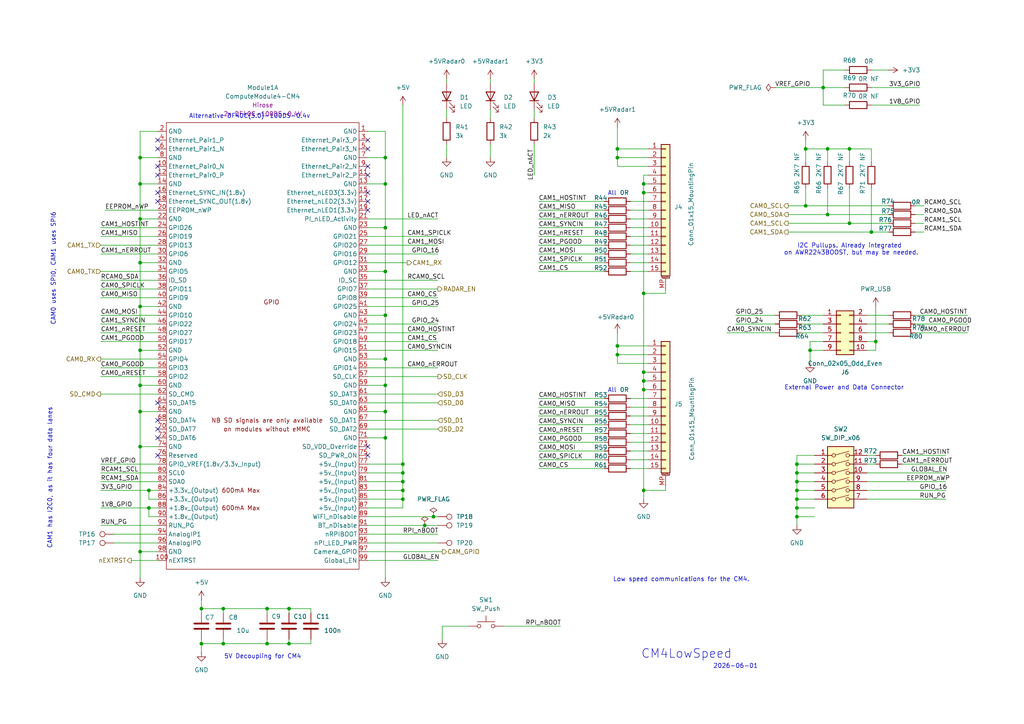
<source format=kicad_sch>
(kicad_sch (version 20231120) (generator "eeschema") (generator_version "8.0")
  (paper "A4")
  (lib_symbols
    (symbol "CM4IO:ComputeModule4-CM4"
      (property "Reference" "Module" (at 113.03 -68.58 0))
      (property "Value" "ComputeModule4-CM4" (at 140.97 2.54 0))
      (property "Field4" "Hirose" (at 0 0 0))
      (property "Field5" "2x DF40C-100DS-0.4V" (at 0 -2.54 0))
      (symbol "ComputeModule4-CM4_1_0"
        (text "GPIO" (at 0 6.35 0) (effects (font (size 1.27 1.27))))
      )
      (symbol "ComputeModule4-CM4_1_1"
        (text "600mA Max" (at -8.89 -53.34 0) (effects (font (size 1.27 1.27))))
        (text "600mA Max" (at -8.89 -48.26 0) (effects (font (size 1.27 1.27))))
        (text "NB SD signals are only available" (at -1.27 -27.94 0) (effects (font (size 1.27 1.27))))
        (text "on modules without eMMC" (at -1.27 -30.48 0) (effects (font (size 1.27 1.27))))
        (pin power_in line (at 27.94 55.88 180) (length 2.54) (name "GND") (number "1"))
        (pin passive line (at -33.02 45.72 0) (length 2.54) (name "Ethernet_Pair0_N") (number "10"))
        (pin output line (at -33.02 -68.58 0) (length 2.54) (name "nEXTRST") (number "100"))
        (pin passive line (at 27.94 43.18 180) (length 2.54) (name "Ethernet_Pair2_P") (number "11"))
        (pin passive line (at -33.02 43.18 0) (length 2.54) (name "Ethernet_Pair0_P") (number "12"))
        (pin power_in line (at 27.94 40.64 180) (length 2.54) (name "GND") (number "13"))
        (pin power_in line (at -33.02 40.64 0) (length 2.54) (name "GND") (number "14"))
        (pin output line (at 27.94 38.1 180) (length 2.54) (name "Ethernet_nLED3(3.3v)") (number "15"))
        (pin input line (at -33.02 38.1 0) (length 2.54) (name "Ethernet_SYNC_IN(1.8v)") (number "16"))
        (pin output line (at 27.94 35.56 180) (length 2.54) (name "Ethernet_nLED2(3.3v)") (number "17"))
        (pin input line (at -33.02 35.56 0) (length 2.54) (name "Ethernet_SYNC_OUT(1.8v)") (number "18"))
        (pin output line (at 27.94 33.02 180) (length 2.54) (name "Ethernet_nLED1(3.3v)") (number "19"))
        (pin power_in line (at -33.02 55.88 0) (length 2.54) (name "GND") (number "2"))
        (pin passive line (at -33.02 33.02 0) (length 2.54) (name "EEPROM_nWP") (number "20"))
        (pin open_collector line (at 27.94 30.48 180) (length 2.54) (name "PI_nLED_Activity") (number "21"))
        (pin power_in line (at -33.02 30.48 0) (length 2.54) (name "GND") (number "22"))
        (pin power_in line (at 27.94 27.94 180) (length 2.54) (name "GND") (number "23"))
        (pin passive line (at -33.02 27.94 0) (length 2.54) (name "GPIO26") (number "24"))
        (pin passive line (at 27.94 25.4 180) (length 2.54) (name "GPIO21") (number "25"))
        (pin passive line (at -33.02 25.4 0) (length 2.54) (name "GPIO19") (number "26"))
        (pin passive line (at 27.94 22.86 180) (length 2.54) (name "GPIO20") (number "27"))
        (pin passive line (at -33.02 22.86 0) (length 2.54) (name "GPIO13") (number "28"))
        (pin passive line (at 27.94 20.32 180) (length 2.54) (name "GPIO16") (number "29"))
        (pin passive line (at 27.94 53.34 180) (length 2.54) (name "Ethernet_Pair3_P") (number "3"))
        (pin passive line (at -33.02 20.32 0) (length 2.54) (name "GPIO6") (number "30"))
        (pin passive line (at 27.94 17.78 180) (length 2.54) (name "GPIO12") (number "31"))
        (pin power_in line (at -33.02 17.78 0) (length 2.54) (name "GND") (number "32"))
        (pin power_in line (at 27.94 15.24 180) (length 2.54) (name "GND") (number "33"))
        (pin passive line (at -33.02 15.24 0) (length 2.54) (name "GPIO5") (number "34"))
        (pin passive line (at 27.94 12.7 180) (length 2.54) (name "ID_SC") (number "35"))
        (pin passive line (at -33.02 12.7 0) (length 2.54) (name "ID_SD") (number "36"))
        (pin passive line (at 27.94 10.16 180) (length 2.54) (name "GPIO7") (number "37"))
        (pin passive line (at -33.02 10.16 0) (length 2.54) (name "GPIO11") (number "38"))
        (pin passive line (at 27.94 7.62 180) (length 2.54) (name "GPIO8") (number "39"))
        (pin passive line (at -33.02 53.34 0) (length 2.54) (name "Ethernet_Pair1_P") (number "4"))
        (pin passive line (at -33.02 7.62 0) (length 2.54) (name "GPIO9") (number "40"))
        (pin passive line (at 27.94 5.08 180) (length 2.54) (name "GPIO25") (number "41"))
        (pin power_in line (at -33.02 5.08 0) (length 2.54) (name "GND") (number "42"))
        (pin power_in line (at 27.94 2.54 180) (length 2.54) (name "GND") (number "43"))
        (pin passive line (at -33.02 2.54 0) (length 2.54) (name "GPIO10") (number "44"))
        (pin passive line (at 27.94 0 180) (length 2.54) (name "GPIO24") (number "45"))
        (pin passive line (at -33.02 0 0) (length 2.54) (name "GPIO22") (number "46"))
        (pin passive line (at 27.94 -2.54 180) (length 2.54) (name "GPIO23") (number "47"))
        (pin passive line (at -33.02 -2.54 0) (length 2.54) (name "GPIO27") (number "48"))
        (pin passive line (at 27.94 -5.08 180) (length 2.54) (name "GPIO18") (number "49"))
        (pin passive line (at 27.94 50.8 180) (length 2.54) (name "Ethernet_Pair3_N") (number "5"))
        (pin passive line (at -33.02 -5.08 0) (length 2.54) (name "GPIO17") (number "50"))
        (pin passive line (at 27.94 -7.62 180) (length 2.54) (name "GPIO15") (number "51"))
        (pin power_in line (at -33.02 -7.62 0) (length 2.54) (name "GND") (number "52"))
        (pin power_in line (at 27.94 -10.16 180) (length 2.54) (name "GND") (number "53"))
        (pin passive line (at -33.02 -10.16 0) (length 2.54) (name "GPIO4") (number "54"))
        (pin passive line (at 27.94 -12.7 180) (length 2.54) (name "GPIO14") (number "55"))
        (pin passive line (at -33.02 -12.7 0) (length 2.54) (name "GPIO3") (number "56"))
        (pin passive line (at 27.94 -15.24 180) (length 2.54) (name "SD_CLK") (number "57"))
        (pin passive line (at -33.02 -15.24 0) (length 2.54) (name "GPIO2") (number "58"))
        (pin power_in line (at 27.94 -17.78 180) (length 2.54) (name "GND") (number "59"))
        (pin passive line (at -33.02 50.8 0) (length 2.54) (name "Ethernet_Pair1_N") (number "6"))
        (pin power_in line (at -33.02 -17.78 0) (length 2.54) (name "GND") (number "60"))
        (pin passive line (at 27.94 -20.32 180) (length 2.54) (name "SD_DAT3") (number "61"))
        (pin passive line (at -33.02 -20.32 0) (length 2.54) (name "SD_CMD") (number "62"))
        (pin passive line (at 27.94 -22.86 180) (length 2.54) (name "SD_DAT0") (number "63"))
        (pin passive line (at -33.02 -22.86 0) (length 2.54) (name "SD_DAT5") (number "64"))
        (pin power_in line (at 27.94 -25.4 180) (length 2.54) (name "GND") (number "65"))
        (pin power_in line (at -33.02 -25.4 0) (length 2.54) (name "GND") (number "66"))
        (pin passive line (at 27.94 -27.94 180) (length 2.54) (name "SD_DAT1") (number "67"))
        (pin passive line (at -33.02 -27.94 0) (length 2.54) (name "SD_DAT4") (number "68"))
        (pin passive line (at 27.94 -30.48 180) (length 2.54) (name "SD_DAT2") (number "69"))
        (pin power_in line (at 27.94 48.26 180) (length 2.54) (name "GND") (number "7"))
        (pin passive line (at -33.02 -30.48 0) (length 2.54) (name "SD_DAT7") (number "70"))
        (pin power_in line (at 27.94 -33.02 180) (length 2.54) (name "GND") (number "71"))
        (pin passive line (at -33.02 -33.02 0) (length 2.54) (name "SD_DAT6") (number "72"))
        (pin input line (at 27.94 -35.56 180) (length 2.54) (name "SD_VDD_Override") (number "73"))
        (pin power_in line (at -33.02 -35.56 0) (length 2.54) (name "GND") (number "74"))
        (pin output line (at 27.94 -38.1 180) (length 2.54) (name "SD_PWR_ON") (number "75"))
        (pin passive line (at -33.02 -38.1 0) (length 2.54) (name "Reserved") (number "76"))
        (pin power_in line (at 27.94 -40.64 180) (length 2.54) (name "+5v_(Input)") (number "77"))
        (pin power_in line (at -33.02 -40.64 0) (length 2.54) (name "GPIO_VREF(1.8v/3.3v_Input)") (number "78"))
        (pin power_in line (at 27.94 -43.18 180) (length 2.54) (name "+5v_(Input)") (number "79"))
        (pin power_in line (at -33.02 48.26 0) (length 2.54) (name "GND") (number "8"))
        (pin passive line (at -33.02 -43.18 0) (length 2.54) (name "SCL0") (number "80"))
        (pin power_in line (at 27.94 -45.72 180) (length 2.54) (name "+5v_(Input)") (number "81"))
        (pin passive line (at -33.02 -45.72 0) (length 2.54) (name "SDA0") (number "82"))
        (pin power_in line (at 27.94 -48.26 180) (length 2.54) (name "+5v_(Input)") (number "83"))
        (pin power_out line (at -33.02 -48.26 0) (length 2.54) (name "+3.3v_(Output)") (number "84"))
        (pin power_in line (at 27.94 -50.8 180) (length 2.54) (name "+5v_(Input)") (number "85"))
        (pin power_out line (at -33.02 -50.8 0) (length 2.54) (name "+3.3v_(Output)") (number "86"))
        (pin power_in line (at 27.94 -53.34 180) (length 2.54) (name "+5v_(Input)") (number "87"))
        (pin power_out line (at -33.02 -53.34 0) (length 2.54) (name "+1.8v_(Output)") (number "88"))
        (pin power_in line (at 27.94 -55.88 180) (length 2.54) (name "WiFi_nDisable") (number "89"))
        (pin passive line (at 27.94 45.72 180) (length 2.54) (name "Ethernet_Pair2_N") (number "9"))
        (pin power_out line (at -33.02 -55.88 0) (length 2.54) (name "+1.8v_(Output)") (number "90"))
        (pin power_in line (at 27.94 -58.42 180) (length 2.54) (name "BT_nDisable") (number "91"))
        (pin passive line (at -33.02 -58.42 0) (length 2.54) (name "RUN_PG") (number "92"))
        (pin input line (at 27.94 -60.96 180) (length 2.54) (name "nRPIBOOT") (number "93"))
        (pin passive line (at -33.02 -60.96 0) (length 2.54) (name "AnalogIP1") (number "94"))
        (pin output line (at 27.94 -63.5 180) (length 2.54) (name "nPI_LED_PWR") (number "95"))
        (pin passive line (at -33.02 -63.5 0) (length 2.54) (name "AnalogIP0") (number "96"))
        (pin passive line (at 27.94 -66.04 180) (length 2.54) (name "Camera_GPIO") (number "97"))
        (pin power_in line (at -33.02 -66.04 0) (length 2.54) (name "GND") (number "98"))
        (pin input line (at 27.94 -68.58 180) (length 2.54) (name "Global_EN") (number "99"))
      )
      (symbol "ComputeModule4-CM4_2_1"
        (text "High Speed Serial" (at 140.97 0 0) (effects (font (size 1.27 1.27))))
        (pin input line (at 170.18 60.96 180) (length 5.08) (name "USB_OTG_ID") (number "101"))
        (pin input line (at 109.22 60.96 0) (length 5.08) (name "PCIe_CLK_nREQ") (number "102"))
        (pin passive line (at 170.18 58.42 180) (length 5.08) (name "USB2_N") (number "103"))
        (pin passive line (at 109.22 58.42 0) (length 5.08) (name "Reserved") (number "104"))
        (pin passive line (at 170.18 55.88 180) (length 5.08) (name "USB2_P") (number "105"))
        (pin passive line (at 109.22 55.88 0) (length 5.08) (name "Reserved") (number "106"))
        (pin power_in line (at 170.18 53.34 180) (length 5.08) (name "GND") (number "107"))
        (pin power_in line (at 109.22 53.34 0) (length 5.08) (name "GND") (number "108"))
        (pin bidirectional line (at 170.18 50.8 180) (length 5.08) (name "PCIe_nRST") (number "109"))
        (pin output line (at 109.22 50.8 0) (length 5.08) (name "PCIe_CLK_P") (number "110"))
        (pin passive line (at 170.18 48.26 180) (length 5.08) (name "VDAC_COMP") (number "111"))
        (pin output line (at 109.22 48.26 0) (length 5.08) (name "PCIe_CLK_N") (number "112"))
        (pin power_in line (at 170.18 45.72 180) (length 5.08) (name "GND") (number "113"))
        (pin power_in line (at 109.22 45.72 0) (length 5.08) (name "GND") (number "114"))
        (pin input line (at 170.18 43.18 180) (length 5.08) (name "CAM1_D0_N") (number "115"))
        (pin input line (at 109.22 43.18 0) (length 5.08) (name "PCIe_RX_P") (number "116"))
        (pin input line (at 170.18 40.64 180) (length 5.08) (name "CAM1_D0_P") (number "117"))
        (pin input line (at 109.22 40.64 0) (length 5.08) (name "PCIe_RX_N") (number "118"))
        (pin power_in line (at 170.18 38.1 180) (length 5.08) (name "GND") (number "119"))
        (pin power_in line (at 109.22 38.1 0) (length 5.08) (name "GND") (number "120"))
        (pin input line (at 170.18 35.56 180) (length 5.08) (name "CAM1_D1_N") (number "121"))
        (pin output line (at 109.22 35.56 0) (length 5.08) (name "PCIe_TX_P") (number "122"))
        (pin input line (at 170.18 33.02 180) (length 5.08) (name "CAM1_D1_P") (number "123"))
        (pin output line (at 109.22 33.02 0) (length 5.08) (name "PCIe_TX_N") (number "124"))
        (pin power_in line (at 170.18 30.48 180) (length 5.08) (name "GND") (number "125"))
        (pin power_in line (at 109.22 30.48 0) (length 5.08) (name "GND") (number "126"))
        (pin input line (at 170.18 27.94 180) (length 5.08) (name "CAM1_C_N") (number "127"))
        (pin input line (at 109.22 27.94 0) (length 5.08) (name "CAM0_D0_N") (number "128"))
        (pin input line (at 170.18 25.4 180) (length 5.08) (name "CAM1_C_P") (number "129"))
        (pin input line (at 109.22 25.4 0) (length 5.08) (name "CAM0_D0_P") (number "130"))
        (pin power_in line (at 170.18 22.86 180) (length 5.08) (name "GND") (number "131"))
        (pin power_in line (at 109.22 22.86 0) (length 5.08) (name "GND") (number "132"))
        (pin input line (at 170.18 20.32 180) (length 5.08) (name "CAM1_D2_N") (number "133"))
        (pin input line (at 109.22 20.32 0) (length 5.08) (name "CAM0_D1_N") (number "134"))
        (pin input line (at 170.18 17.78 180) (length 5.08) (name "CAM1_D2_P") (number "135"))
        (pin input line (at 109.22 17.78 0) (length 5.08) (name "CAM0_D1_P") (number "136"))
        (pin power_in line (at 170.18 15.24 180) (length 5.08) (name "GND") (number "137"))
        (pin power_in line (at 109.22 15.24 0) (length 5.08) (name "GND") (number "138"))
        (pin input line (at 170.18 12.7 180) (length 5.08) (name "CAM1_D3_N") (number "139"))
        (pin input line (at 109.22 12.7 0) (length 5.08) (name "CAM0_C_N") (number "140"))
        (pin input line (at 170.18 10.16 180) (length 5.08) (name "CAM1_D3_P") (number "141"))
        (pin input line (at 109.22 10.16 0) (length 5.08) (name "CAM0_C_P") (number "142"))
        (pin input line (at 170.18 7.62 180) (length 5.08) (name "HDMI1_HOTPLUG") (number "143"))
        (pin power_in line (at 109.22 7.62 0) (length 5.08) (name "GND") (number "144"))
        (pin bidirectional line (at 170.18 5.08 180) (length 5.08) (name "HDMI1_SDA") (number "145"))
        (pin output line (at 109.22 5.08 0) (length 5.08) (name "HDMI1_TX2_P") (number "146"))
        (pin open_collector line (at 170.18 2.54 180) (length 5.08) (name "HDMI1_SCL") (number "147"))
        (pin output line (at 109.22 2.54 0) (length 5.08) (name "HDMI1_TX2_N") (number "148"))
        (pin open_collector line (at 170.18 0 180) (length 5.08) (name "HDMI1_CEC") (number "149"))
        (pin power_in line (at 109.22 0 0) (length 5.08) (name "GND") (number "150"))
        (pin open_collector line (at 170.18 -2.54 180) (length 5.08) (name "HDMI0_CEC") (number "151"))
        (pin output line (at 109.22 -2.54 0) (length 5.08) (name "HDMI1_TX1_P") (number "152"))
        (pin input line (at 170.18 -5.08 180) (length 5.08) (name "HDMI0_HOTPLUG") (number "153"))
        (pin output line (at 109.22 -5.08 0) (length 5.08) (name "HDMI1_TX1_N") (number "154"))
        (pin power_in line (at 170.18 -7.62 180) (length 5.08) (name "GND") (number "155"))
        (pin power_in line (at 109.22 -7.62 0) (length 5.08) (name "GND") (number "156"))
        (pin output line (at 170.18 -10.16 180) (length 5.08) (name "DSI0_D0_N") (number "157"))
        (pin output line (at 109.22 -10.16 0) (length 5.08) (name "HDMI1_TX0_P") (number "158"))
        (pin output line (at 170.18 -12.7 180) (length 5.08) (name "DSI0_D0_P") (number "159"))
        (pin output line (at 109.22 -12.7 0) (length 5.08) (name "HDMI1_TX0_N") (number "160"))
        (pin power_in line (at 170.18 -15.24 180) (length 5.08) (name "GND") (number "161"))
        (pin power_in line (at 109.22 -15.24 0) (length 5.08) (name "GND") (number "162"))
        (pin output line (at 170.18 -17.78 180) (length 5.08) (name "DSI0_D1_N") (number "163"))
        (pin output line (at 109.22 -17.78 0) (length 5.08) (name "HDMI1_CLK_P") (number "164"))
        (pin output line (at 170.18 -20.32 180) (length 5.08) (name "DSI0_D1_P") (number "165"))
        (pin output line (at 109.22 -20.32 0) (length 5.08) (name "HDMI1_CLK_N") (number "166"))
        (pin power_in line (at 170.18 -22.86 180) (length 5.08) (name "GND") (number "167"))
        (pin power_in line (at 109.22 -22.86 0) (length 5.08) (name "GND") (number "168"))
        (pin output line (at 170.18 -25.4 180) (length 5.08) (name "DSI0_C_N") (number "169"))
        (pin output line (at 109.22 -25.4 0) (length 5.08) (name "HDMI0_TX2_P") (number "170"))
        (pin output line (at 170.18 -27.94 180) (length 5.08) (name "DSI0_C_P") (number "171"))
        (pin output line (at 109.22 -27.94 0) (length 5.08) (name "HDMI0_TX2_N") (number "172"))
        (pin power_in line (at 170.18 -30.48 180) (length 5.08) (name "GND") (number "173"))
        (pin power_in line (at 109.22 -30.48 0) (length 5.08) (name "GND") (number "174"))
        (pin output line (at 170.18 -33.02 180) (length 5.08) (name "DSI1_D0_N") (number "175"))
        (pin output line (at 109.22 -33.02 0) (length 5.08) (name "HDMI0_TX1_P") (number "176"))
        (pin output line (at 170.18 -35.56 180) (length 5.08) (name "DSI1_D0_P") (number "177"))
        (pin output line (at 109.22 -35.56 0) (length 5.08) (name "HDMI0_TX1_N") (number "178"))
        (pin power_in line (at 170.18 -38.1 180) (length 5.08) (name "GND") (number "179"))
        (pin power_in line (at 109.22 -38.1 0) (length 5.08) (name "GND") (number "180"))
        (pin output line (at 170.18 -40.64 180) (length 5.08) (name "DSI1_D1_N") (number "181"))
        (pin output line (at 109.22 -40.64 0) (length 5.08) (name "HDMI0_TX0_P") (number "182"))
        (pin output line (at 170.18 -43.18 180) (length 5.08) (name "DSI1_D1_P") (number "183"))
        (pin output line (at 109.22 -43.18 0) (length 5.08) (name "HDMI0_TX0_N") (number "184"))
        (pin power_in line (at 170.18 -45.72 180) (length 5.08) (name "GND") (number "185"))
        (pin power_in line (at 109.22 -45.72 0) (length 5.08) (name "GND") (number "186"))
        (pin output line (at 170.18 -48.26 180) (length 5.08) (name "DSI1_C_N") (number "187"))
        (pin output line (at 109.22 -48.26 0) (length 5.08) (name "HDMI0_CLK_P") (number "188"))
        (pin output line (at 170.18 -50.8 180) (length 5.08) (name "DSI1_C_P") (number "189"))
        (pin output line (at 109.22 -50.8 0) (length 5.08) (name "HDMI0_CLK_N") (number "190"))
        (pin power_in line (at 170.18 -53.34 180) (length 5.08) (name "GND") (number "191"))
        (pin power_in line (at 109.22 -53.34 0) (length 5.08) (name "GND") (number "192"))
        (pin output line (at 170.18 -55.88 180) (length 5.08) (name "DSI1_D2_N") (number "193"))
        (pin output line (at 109.22 -55.88 0) (length 5.08) (name "DSI1_D3_N") (number "194"))
        (pin output line (at 170.18 -58.42 180) (length 5.08) (name "DSI1_D2_P") (number "195"))
        (pin output line (at 109.22 -58.42 0) (length 5.08) (name "DSI1_D3_P") (number "196"))
        (pin power_in line (at 170.18 -60.96 180) (length 5.08) (name "GND") (number "197"))
        (pin power_in line (at 109.22 -60.96 0) (length 5.08) (name "GND") (number "198"))
        (pin bidirectional line (at 170.18 -63.5 180) (length 5.08) (name "HDMI0_SDA") (number "199"))
        (pin open_collector line (at 109.22 -63.5 0) (length 5.08) (name "HDMI0_SCL") (number "200"))
      )
    )
    (symbol "Connector:TestPoint" (pin_numbers hide) (pin_names (offset 0.762) hide)
      (property "Reference" "TP" (at 0 6.858 0))
      (property "Value" "TestPoint" (at 0 5.08 0))
      (symbol "TestPoint_1_1"
        (pin passive line (at 0 0 90) (length 2.54) (name "1") (number "1"))
      )
    )
    (symbol "Connector_Generic:Conn_02x05_Odd_Even" (pin_names (offset 1.016) hide)
      (property "Reference" "J" (at 1.27 7.62 0))
      (property "Value" "Conn_02x05_Odd_Even" (at 1.27 -7.62 0))
      (symbol "Conn_02x05_Odd_Even_1_1"
        (pin passive line (at -5.08 5.08 0) (length 3.81) (name "Pin_1") (number "1"))
        (pin passive line (at 7.62 -5.08 180) (length 3.81) (name "Pin_10") (number "10"))
        (pin passive line (at 7.62 5.08 180) (length 3.81) (name "Pin_2") (number "2"))
        (pin passive line (at -5.08 2.54 0) (length 3.81) (name "Pin_3") (number "3"))
        (pin passive line (at 7.62 2.54 180) (length 3.81) (name "Pin_4") (number "4"))
        (pin passive line (at -5.08 0 0) (length 3.81) (name "Pin_5") (number "5"))
        (pin passive line (at 7.62 0 180) (length 3.81) (name "Pin_6") (number "6"))
        (pin passive line (at -5.08 -2.54 0) (length 3.81) (name "Pin_7") (number "7"))
        (pin passive line (at 7.62 -2.54 180) (length 3.81) (name "Pin_8") (number "8"))
        (pin passive line (at -5.08 -5.08 0) (length 3.81) (name "Pin_9") (number "9"))
      )
    )
    (symbol "Connector_Generic_MountingPin:Conn_01x15_MountingPin" (pin_names (offset 1.016) hide)
      (property "Reference" "J" (at 0 20.32 0))
      (property "Value" "Conn_01x15_MountingPin" (at 1.27 -20.32 0))
      (symbol "Conn_01x15_MountingPin_1_1"
        (text "Mounting" (at 0 -19.431 0) (effects (font (size 0.381 0.381))))
        (pin passive line (at -5.08 17.78 0) (length 3.81) (name "Pin_1") (number "1"))
        (pin passive line (at -5.08 -5.08 0) (length 3.81) (name "Pin_10") (number "10"))
        (pin passive line (at -5.08 -7.62 0) (length 3.81) (name "Pin_11") (number "11"))
        (pin passive line (at -5.08 -10.16 0) (length 3.81) (name "Pin_12") (number "12"))
        (pin passive line (at -5.08 -12.7 0) (length 3.81) (name "Pin_13") (number "13"))
        (pin passive line (at -5.08 -15.24 0) (length 3.81) (name "Pin_14") (number "14"))
        (pin passive line (at -5.08 -17.78 0) (length 3.81) (name "Pin_15") (number "15"))
        (pin passive line (at -5.08 15.24 0) (length 3.81) (name "Pin_2") (number "2"))
        (pin passive line (at -5.08 12.7 0) (length 3.81) (name "Pin_3") (number "3"))
        (pin passive line (at -5.08 10.16 0) (length 3.81) (name "Pin_4") (number "4"))
        (pin passive line (at -5.08 7.62 0) (length 3.81) (name "Pin_5") (number "5"))
        (pin passive line (at -5.08 5.08 0) (length 3.81) (name "Pin_6") (number "6"))
        (pin passive line (at -5.08 2.54 0) (length 3.81) (name "Pin_7") (number "7"))
        (pin passive line (at -5.08 0 0) (length 3.81) (name "Pin_8") (number "8"))
        (pin passive line (at -5.08 -2.54 0) (length 3.81) (name "Pin_9") (number "9"))
        (pin passive line (at 0 -22.86 90) (length 3.048) (name "MountPin") (number "MP"))
      )
    )
    (symbol "Device:C" (pin_numbers hide) (pin_names (offset 0.254))
      (property "Reference" "C" (at 0.635 2.54 0))
      (property "Value" "C" (at 0.635 -2.54 0))
      (symbol "C_1_1"
        (pin passive line (at 0 3.81 270) (length 2.794) (name "~") (number "1"))
        (pin passive line (at 0 -3.81 90) (length 2.794) (name "~") (number "2"))
      )
    )
    (symbol "Device:LED" (pin_numbers hide) (pin_names (offset 1.016) hide)
      (property "Reference" "D" (at 0 2.54 0))
      (property "Value" "LED" (at 0 -2.54 0))
      (symbol "LED_1_1"
        (pin passive line (at -3.81 0 0) (length 2.54) (name "K") (number "1"))
        (pin passive line (at 3.81 0 180) (length 2.54) (name "A") (number "2"))
      )
    )
    (symbol "Device:R" (pin_numbers hide) (pin_names (offset 0))
      (property "Reference" "R" (at 2.032 0 90))
      (property "Value" "R" (at 0 0 90))
      (symbol "R_1_1"
        (pin passive line (at 0 3.81 270) (length 1.27) (name "~") (number "1"))
        (pin passive line (at 0 -3.81 90) (length 1.27) (name "~") (number "2"))
      )
    )
    (symbol "Switch:SW_DIP_x06" (pin_names (offset 0) hide)
      (property "Reference" "SW" (at 0 11.43 0))
      (property "Value" "SW_DIP_x06" (at 0 -8.89 0))
      (symbol "SW_DIP_x06_1_1"
        (pin passive line (at -7.62 7.62 0) (length 5.08) (name "~") (number "1"))
        (pin passive line (at 7.62 2.54 180) (length 5.08) (name "~") (number "10"))
        (pin passive line (at 7.62 5.08 180) (length 5.08) (name "~") (number "11"))
        (pin passive line (at 7.62 7.62 180) (length 5.08) (name "~") (number "12"))
        (pin passive line (at -7.62 5.08 0) (length 5.08) (name "~") (number "2"))
        (pin passive line (at -7.62 2.54 0) (length 5.08) (name "~") (number "3"))
        (pin passive line (at -7.62 0 0) (length 5.08) (name "~") (number "4"))
        (pin passive line (at -7.62 -2.54 0) (length 5.08) (name "~") (number "5"))
        (pin passive line (at -7.62 -5.08 0) (length 5.08) (name "~") (number "6"))
        (pin passive line (at 7.62 -5.08 180) (length 5.08) (name "~") (number "7"))
        (pin passive line (at 7.62 -2.54 180) (length 5.08) (name "~") (number "8"))
        (pin passive line (at 7.62 0 180) (length 5.08) (name "~") (number "9"))
      )
    )
    (symbol "Switch:SW_Push" (pin_numbers hide) (pin_names (offset 1.016) hide)
      (property "Reference" "SW" (at 1.27 2.54 0))
      (property "Value" "SW_Push" (at 0 -1.524 0))
      (symbol "SW_Push_0_1"
        (pin passive line (at -5.08 0 0) (length 2.54) (name "1") (number "1"))
        (pin passive line (at 5.08 0 180) (length 2.54) (name "2") (number "2"))
      )
    )
    (symbol "power:+3V3" (power) (pin_numbers hide) (pin_names (offset 0) hide)
      (property "Value" "+3V3" (at 0 3.556 0))
      (symbol "+3V3_1_1"
        (pin power_in line (at 0 0 90) (length 0) (name "~") (number "1"))
      )
    )
    (symbol "power:+5V" (power) (pin_numbers hide) (pin_names (offset 0) hide)
      (property "Value" "+5V" (at 0 3.556 0))
      (symbol "+5V_1_1"
        (pin power_in line (at 0 0 90) (length 0) (name "~") (number "1"))
      )
    )
    (symbol "power:GND" (power) (pin_numbers hide) (pin_names (offset 0) hide)
      (property "Value" "GND" (at 0 -3.81 0))
      (symbol "GND_1_1"
        (pin power_in line (at 0 0 270) (length 0) (name "~") (number "1"))
      )
    )
    (symbol "power:PWR_FLAG" (power) (pin_numbers hide) (pin_names (offset 0) hide)
      (property "Value" "PWR_FLAG" (at 0 3.81 0))
      (symbol "PWR_FLAG_0_0"
        (pin power_out line (at 0 0 90) (length 0) (name "~") (number "1"))
      )
    )
    (symbol "power:VBUS" (power) (pin_numbers hide) (pin_names (offset 0) hide)
      (property "Value" "VBUS" (at 0 3.556 0))
      (symbol "VBUS_1_1"
        (pin power_in line (at 0 0 90) (length 0) (name "~") (number "1"))
      )
    )
  )
  (junction (at 233.68 43.18))
  (junction (at 254 99.06))
  (junction (at 40.64 111.76))
  (junction (at 58.42 186.69))
  (junction (at 111.76 111.76))
  (junction (at 40.64 129.54))
  (junction (at 43.18 142.24))
  (junction (at 40.64 53.34))
  (junction (at 40.64 88.9))
  (junction (at 240.03 62.23))
  (junction (at 111.76 119.38))
  (junction (at 231.14 142.24))
  (junction (at 40.64 63.5))
  (junction (at 231.14 134.62))
  (junction (at 186.69 113.03))
  (junction (at 186.69 107.95))
  (junction (at 64.77 176.53))
  (junction (at 231.14 144.78))
  (junction (at 111.76 78.74))
  (junction (at 125.73 149.86))
  (junction (at 186.69 55.88))
  (junction (at 238.76 25.4))
  (junction (at 83.82 176.53))
  (junction (at 83.82 186.69))
  (junction (at 116.84 142.24))
  (junction (at 231.14 147.32))
  (junction (at 186.69 110.49))
  (junction (at 111.76 45.72))
  (junction (at 186.69 142.24))
  (junction (at 111.76 91.44))
  (junction (at 233.68 59.69))
  (junction (at 58.42 176.53))
  (junction (at 246.38 43.18))
  (junction (at 123.19 152.4))
  (junction (at 252.73 67.31))
  (junction (at 179.07 43.18))
  (junction (at 240.03 43.18))
  (junction (at 231.14 139.7))
  (junction (at 111.76 104.14))
  (junction (at 179.07 45.72))
  (junction (at 246.38 64.77))
  (junction (at 40.64 76.2))
  (junction (at 40.64 119.38))
  (junction (at 186.69 53.34))
  (junction (at 77.47 176.53))
  (junction (at 234.95 101.6))
  (junction (at 111.76 53.34))
  (junction (at 64.77 186.69))
  (junction (at 186.69 85.09))
  (junction (at 77.47 186.69))
  (junction (at 231.14 149.86))
  (junction (at 40.64 101.6))
  (junction (at 40.64 160.02))
  (junction (at 116.84 137.16))
  (junction (at 116.84 139.7))
  (junction (at 179.07 100.33))
  (junction (at 179.07 102.87))
  (junction (at 43.18 147.32))
  (junction (at 111.76 127))
  (junction (at 231.14 137.16))
  (junction (at 116.84 134.62))
  (junction (at 40.64 45.72))
  (junction (at 111.76 66.04))
  (junction (at 116.84 144.78))
  (no_connect (at 106.68 58.42))
  (no_connect (at 45.72 48.26))
  (no_connect (at 106.68 40.64))
  (no_connect (at 45.72 43.18))
  (no_connect (at 106.68 132.08))
  (no_connect (at 45.72 116.84))
  (no_connect (at 45.72 124.46))
  (no_connect (at 106.68 43.18))
  (no_connect (at 106.68 129.54))
  (no_connect (at 45.72 121.92))
  (no_connect (at 106.68 50.8))
  (no_connect (at 45.72 127))
  (no_connect (at 106.68 55.88))
  (no_connect (at 106.68 48.26))
  (no_connect (at 45.72 40.64))
  (no_connect (at 45.72 58.42))
  (no_connect (at 45.72 132.08))
  (no_connect (at 45.72 55.88))
  (no_connect (at 106.68 60.96))
  (no_connect (at 45.72 50.8))
  (wire (pts (xy 106.68 144.78) (xy 116.84 144.78)))
  (wire (pts (xy 43.18 147.32) (xy 45.72 147.32)))
  (wire (pts (xy 231.14 142.24) (xy 231.14 144.78)))
  (wire (pts (xy 213.36 91.44) (xy 224.79 91.44)))
  (wire (pts (xy 154.94 31.75) (xy 154.94 34.29)))
  (wire (pts (xy 231.14 147.32) (xy 236.22 147.32)))
  (wire (pts (xy 45.72 144.78) (xy 43.18 144.78)))
  (wire (pts (xy 116.84 144.78) (xy 116.84 147.32)))
  (wire (pts (xy 240.03 43.18) (xy 240.03 46.99)))
  (wire (pts (xy 29.21 99.06) (xy 45.72 99.06)))
  (wire (pts (xy 254 101.6) (xy 251.46 101.6)))
  (wire (pts (xy 106.68 68.58) (xy 127 68.58)))
  (wire (pts (xy 186.69 55.88) (xy 186.69 85.09)))
  (wire (pts (xy 156.21 71.12) (xy 175.26 71.12)))
  (wire (pts (xy 29.21 71.12) (xy 45.72 71.12)))
  (wire (pts (xy 116.84 134.62) (xy 116.84 137.16)))
  (wire (pts (xy 106.68 119.38) (xy 111.76 119.38)))
  (wire (pts (xy 246.38 64.77) (xy 257.81 64.77)))
  (wire (pts (xy 77.47 176.53) (xy 83.82 176.53)))
  (wire (pts (xy 111.76 53.34) (xy 111.76 66.04)))
  (wire (pts (xy 182.88 123.19) (xy 187.96 123.19)))
  (wire (pts (xy 233.68 40.64) (xy 233.68 43.18)))
  (wire (pts (xy 40.64 76.2) (xy 40.64 88.9)))
  (wire (pts (xy 156.21 63.5) (xy 175.26 63.5)))
  (wire (pts (xy 156.21 78.74) (xy 175.26 78.74)))
  (wire (pts (xy 106.68 116.84) (xy 127 116.84)))
  (wire (pts (xy 29.21 137.16) (xy 45.72 137.16)))
  (wire (pts (xy 186.69 107.95) (xy 187.96 107.95)))
  (wire (pts (xy 29.21 66.04) (xy 45.72 66.04)))
  (wire (pts (xy 233.68 59.69) (xy 228.6 59.69)))
  (wire (pts (xy 106.68 76.2) (xy 118.11 76.2)))
  (wire (pts (xy 106.68 111.76) (xy 111.76 111.76)))
  (wire (pts (xy 40.64 101.6) (xy 40.64 111.76)))
  (wire (pts (xy 186.69 50.8) (xy 186.69 53.34)))
  (wire (pts (xy 231.14 137.16) (xy 231.14 139.7)))
  (wire (pts (xy 77.47 185.42) (xy 77.47 186.69)))
  (wire (pts (xy 106.68 99.06) (xy 127 99.06)))
  (wire (pts (xy 40.64 38.1) (xy 40.64 45.72)))
  (wire (pts (xy 156.21 123.19) (xy 175.26 123.19)))
  (wire (pts (xy 232.41 96.52) (xy 238.76 96.52)))
  (wire (pts (xy 156.21 128.27) (xy 175.26 128.27)))
  (wire (pts (xy 182.88 60.96) (xy 187.96 60.96)))
  (wire (pts (xy 111.76 78.74) (xy 111.76 91.44)))
  (wire (pts (xy 29.21 104.14) (xy 45.72 104.14)))
  (wire (pts (xy 186.69 110.49) (xy 186.69 113.03)))
  (wire (pts (xy 106.68 104.14) (xy 111.76 104.14)))
  (wire (pts (xy 29.21 109.22) (xy 45.72 109.22)))
  (wire (pts (xy 45.72 160.02) (xy 40.64 160.02)))
  (wire (pts (xy 154.94 41.91) (xy 154.94 50.8)))
  (wire (pts (xy 265.43 59.69) (xy 267.97 59.69)))
  (wire (pts (xy 251.46 132.08) (xy 254 132.08)))
  (wire (pts (xy 238.76 25.4) (xy 238.76 20.32)))
  (wire (pts (xy 77.47 177.8) (xy 77.47 176.53)))
  (wire (pts (xy 83.82 176.53) (xy 90.17 176.53)))
  (wire (pts (xy 182.88 133.35) (xy 187.96 133.35)))
  (wire (pts (xy 111.76 111.76) (xy 111.76 119.38)))
  (wire (pts (xy 231.14 132.08) (xy 231.14 134.62)))
  (wire (pts (xy 106.68 63.5) (xy 127 63.5)))
  (wire (pts (xy 233.68 59.69) (xy 257.81 59.69)))
  (wire (pts (xy 156.21 130.81) (xy 175.26 130.81)))
  (wire (pts (xy 129.54 22.86) (xy 129.54 24.13)))
  (wire (pts (xy 261.62 134.62) (xy 274.32 134.62)))
  (wire (pts (xy 231.14 144.78) (xy 231.14 147.32)))
  (wire (pts (xy 240.03 62.23) (xy 257.81 62.23)))
  (wire (pts (xy 156.21 73.66) (xy 175.26 73.66)))
  (wire (pts (xy 106.68 101.6) (xy 127 101.6)))
  (wire (pts (xy 83.82 186.69) (xy 90.17 186.69)))
  (wire (pts (xy 156.21 68.58) (xy 175.26 68.58)))
  (wire (pts (xy 30.48 60.96) (xy 45.72 60.96)))
  (wire (pts (xy 231.14 144.78) (xy 236.22 144.78)))
  (wire (pts (xy 111.76 104.14) (xy 111.76 111.76)))
  (wire (pts (xy 252.73 43.18) (xy 252.73 46.99)))
  (wire (pts (xy 116.84 139.7) (xy 116.84 142.24)))
  (wire (pts (xy 186.69 107.95) (xy 186.69 110.49)))
  (wire (pts (xy 29.21 142.24) (xy 43.18 142.24)))
  (wire (pts (xy 186.69 85.09) (xy 186.69 107.95)))
  (wire (pts (xy 116.84 30.48) (xy 116.84 134.62)))
  (wire (pts (xy 43.18 142.24) (xy 45.72 142.24)))
  (wire (pts (xy 106.68 142.24) (xy 116.84 142.24)))
  (wire (pts (xy 40.64 129.54) (xy 40.64 160.02)))
  (wire (pts (xy 127 157.48) (xy 106.68 157.48)))
  (wire (pts (xy 106.68 134.62) (xy 116.84 134.62)))
  (wire (pts (xy 125.73 149.86) (xy 127 149.86)))
  (wire (pts (xy 252.73 54.61) (xy 252.73 67.31)))
  (wire (pts (xy 182.88 120.65) (xy 187.96 120.65)))
  (wire (pts (xy 186.69 53.34) (xy 186.69 55.88)))
  (wire (pts (xy 106.68 96.52) (xy 127 96.52)))
  (wire (pts (xy 232.41 93.98) (xy 238.76 93.98)))
  (wire (pts (xy 234.95 99.06) (xy 234.95 101.6)))
  (wire (pts (xy 83.82 185.42) (xy 83.82 186.69)))
  (wire (pts (xy 129.54 41.91) (xy 129.54 45.72)))
  (wire (pts (xy 106.68 81.28) (xy 127 81.28)))
  (wire (pts (xy 213.36 93.98) (xy 224.79 93.98)))
  (wire (pts (xy 233.68 59.69) (xy 233.68 54.61)))
  (wire (pts (xy 45.72 53.34) (xy 40.64 53.34)))
  (wire (pts (xy 90.17 185.42) (xy 90.17 186.69)))
  (wire (pts (xy 29.21 81.28) (xy 45.72 81.28)))
  (wire (pts (xy 45.72 88.9) (xy 40.64 88.9)))
  (wire (pts (xy 58.42 186.69) (xy 64.77 186.69)))
  (wire (pts (xy 251.46 93.98) (xy 257.81 93.98)))
  (wire (pts (xy 236.22 134.62) (xy 231.14 134.62)))
  (wire (pts (xy 45.72 76.2) (xy 40.64 76.2)))
  (wire (pts (xy 182.88 71.12) (xy 187.96 71.12)))
  (wire (pts (xy 142.24 31.75) (xy 142.24 34.29)))
  (wire (pts (xy 238.76 20.32) (xy 245.11 20.32)))
  (wire (pts (xy 251.46 137.16) (xy 274.32 137.16)))
  (wire (pts (xy 156.21 66.04) (xy 175.26 66.04)))
  (wire (pts (xy 129.54 31.75) (xy 129.54 34.29)))
  (wire (pts (xy 187.96 50.8) (xy 186.69 50.8)))
  (wire (pts (xy 111.76 127) (xy 111.76 167.64)))
  (wire (pts (xy 233.68 43.18) (xy 240.03 43.18)))
  (wire (pts (xy 187.96 105.41) (xy 179.07 105.41)))
  (wire (pts (xy 29.21 83.82) (xy 45.72 83.82)))
  (wire (pts (xy 106.68 86.36) (xy 127 86.36)))
  (wire (pts (xy 182.88 115.57) (xy 187.96 115.57)))
  (wire (pts (xy 106.68 149.86) (xy 125.73 149.86)))
  (wire (pts (xy 224.79 25.4) (xy 238.76 25.4)))
  (wire (pts (xy 251.46 99.06) (xy 254 99.06)))
  (wire (pts (xy 156.21 76.2) (xy 175.26 76.2)))
  (wire (pts (xy 106.68 66.04) (xy 111.76 66.04)))
  (wire (pts (xy 182.88 58.42) (xy 187.96 58.42)))
  (wire (pts (xy 186.69 144.78) (xy 186.69 142.24)))
  (wire (pts (xy 106.68 83.82) (xy 127 83.82)))
  (wire (pts (xy 252.73 67.31) (xy 257.81 67.31)))
  (wire (pts (xy 116.84 142.24) (xy 116.84 144.78)))
  (wire (pts (xy 64.77 185.42) (xy 64.77 186.69)))
  (wire (pts (xy 33.02 157.48) (xy 45.72 157.48)))
  (wire (pts (xy 111.76 38.1) (xy 111.76 45.72)))
  (wire (pts (xy 45.72 45.72) (xy 40.64 45.72)))
  (wire (pts (xy 83.82 177.8) (xy 83.82 176.53)))
  (wire (pts (xy 252.73 67.31) (xy 228.6 67.31)))
  (wire (pts (xy 265.43 67.31) (xy 267.97 67.31)))
  (wire (pts (xy 265.43 91.44) (xy 280.67 91.44)))
  (wire (pts (xy 240.03 43.18) (xy 246.38 43.18)))
  (wire (pts (xy 128.27 181.61) (xy 135.89 181.61)))
  (wire (pts (xy 29.21 68.58) (xy 45.72 68.58)))
  (wire (pts (xy 186.69 85.09) (xy 193.04 85.09)))
  (wire (pts (xy 186.69 53.34) (xy 187.96 53.34)))
  (wire (pts (xy 45.72 119.38) (xy 40.64 119.38)))
  (wire (pts (xy 240.03 54.61) (xy 240.03 62.23)))
  (wire (pts (xy 251.46 91.44) (xy 257.81 91.44)))
  (wire (pts (xy 29.21 134.62) (xy 45.72 134.62)))
  (wire (pts (xy 146.05 181.61) (xy 162.56 181.61)))
  (wire (pts (xy 58.42 186.69) (xy 58.42 189.23)))
  (wire (pts (xy 234.95 101.6) (xy 238.76 101.6)))
  (wire (pts (xy 156.21 120.65) (xy 175.26 120.65)))
  (wire (pts (xy 231.14 147.32) (xy 231.14 149.86)))
  (wire (pts (xy 246.38 43.18) (xy 252.73 43.18)))
  (wire (pts (xy 142.24 22.86) (xy 142.24 24.13)))
  (wire (pts (xy 233.68 46.99) (xy 233.68 43.18)))
  (wire (pts (xy 246.38 64.77) (xy 228.6 64.77)))
  (wire (pts (xy 111.76 45.72) (xy 111.76 53.34)))
  (wire (pts (xy 265.43 93.98) (xy 280.67 93.98)))
  (wire (pts (xy 236.22 142.24) (xy 231.14 142.24)))
  (wire (pts (xy 182.88 135.89) (xy 187.96 135.89)))
  (wire (pts (xy 186.69 142.24) (xy 193.04 142.24)))
  (wire (pts (xy 45.72 149.86) (xy 43.18 149.86)))
  (wire (pts (xy 58.42 173.99) (xy 58.42 176.53)))
  (wire (pts (xy 182.88 63.5) (xy 187.96 63.5)))
  (wire (pts (xy 29.21 91.44) (xy 45.72 91.44)))
  (wire (pts (xy 64.77 176.53) (xy 77.47 176.53)))
  (wire (pts (xy 193.04 83.82) (xy 193.04 85.09)))
  (wire (pts (xy 111.76 119.38) (xy 111.76 127)))
  (wire (pts (xy 179.07 96.52) (xy 179.07 100.33)))
  (wire (pts (xy 106.68 109.22) (xy 127 109.22)))
  (wire (pts (xy 231.14 142.24) (xy 231.14 139.7)))
  (wire (pts (xy 231.14 149.86) (xy 236.22 149.86)))
  (wire (pts (xy 251.46 134.62) (xy 254 134.62)))
  (wire (pts (xy 182.88 128.27) (xy 187.96 128.27)))
  (wire (pts (xy 38.1 162.56) (xy 45.72 162.56)))
  (wire (pts (xy 156.21 125.73) (xy 175.26 125.73)))
  (wire (pts (xy 106.68 45.72) (xy 111.76 45.72)))
  (wire (pts (xy 186.69 55.88) (xy 187.96 55.88)))
  (wire (pts (xy 106.68 139.7) (xy 116.84 139.7)))
  (wire (pts (xy 179.07 105.41) (xy 179.07 102.87)))
  (wire (pts (xy 29.21 78.74) (xy 45.72 78.74)))
  (wire (pts (xy 64.77 177.8) (xy 64.77 176.53)))
  (wire (pts (xy 106.68 137.16) (xy 116.84 137.16)))
  (wire (pts (xy 40.64 119.38) (xy 40.64 129.54)))
  (wire (pts (xy 245.11 30.48) (xy 238.76 30.48)))
  (wire (pts (xy 240.03 62.23) (xy 228.6 62.23)))
  (wire (pts (xy 77.47 186.69) (xy 83.82 186.69)))
  (wire (pts (xy 45.72 38.1) (xy 40.64 38.1)))
  (wire (pts (xy 251.46 139.7) (xy 274.32 139.7)))
  (wire (pts (xy 111.76 91.44) (xy 111.76 104.14)))
  (wire (pts (xy 246.38 43.18) (xy 246.38 46.99)))
  (wire (pts (xy 106.68 71.12) (xy 127 71.12)))
  (wire (pts (xy 106.68 127) (xy 111.76 127)))
  (wire (pts (xy 45.72 63.5) (xy 40.64 63.5)))
  (wire (pts (xy 29.21 114.3) (xy 45.72 114.3)))
  (wire (pts (xy 238.76 99.06) (xy 234.95 99.06)))
  (wire (pts (xy 40.64 45.72) (xy 40.64 53.34)))
  (wire (pts (xy 261.62 132.08) (xy 274.32 132.08)))
  (wire (pts (xy 265.43 96.52) (xy 280.67 96.52)))
  (wire (pts (xy 142.24 41.91) (xy 142.24 45.72)))
  (wire (pts (xy 179.07 100.33) (xy 187.96 100.33)))
  (wire (pts (xy 234.95 101.6) (xy 234.95 105.41)))
  (wire (pts (xy 265.43 64.77) (xy 267.97 64.77)))
  (wire (pts (xy 182.88 130.81) (xy 187.96 130.81)))
  (wire (pts (xy 106.68 147.32) (xy 116.84 147.32)))
  (wire (pts (xy 182.88 78.74) (xy 187.96 78.74)))
  (wire (pts (xy 252.73 25.4) (xy 266.7 25.4)))
  (wire (pts (xy 58.42 176.53) (xy 64.77 176.53)))
  (wire (pts (xy 179.07 45.72) (xy 179.07 43.18)))
  (wire (pts (xy 232.41 91.44) (xy 238.76 91.44)))
  (wire (pts (xy 127 152.4) (xy 123.19 152.4)))
  (wire (pts (xy 106.68 88.9) (xy 127 88.9)))
  (wire (pts (xy 182.88 68.58) (xy 187.96 68.58)))
  (wire (pts (xy 29.21 147.32) (xy 43.18 147.32)))
  (wire (pts (xy 156.21 58.42) (xy 175.26 58.42)))
  (wire (pts (xy 186.69 142.24) (xy 186.69 113.03)))
  (wire (pts (xy 238.76 25.4) (xy 245.11 25.4)))
  (wire (pts (xy 156.21 118.11) (xy 175.26 118.11)))
  (wire (pts (xy 231.14 149.86) (xy 231.14 152.4)))
  (wire (pts (xy 106.68 93.98) (xy 127 93.98)))
  (wire (pts (xy 238.76 25.4) (xy 238.76 30.48)))
  (wire (pts (xy 43.18 144.78) (xy 43.18 142.24)))
  (wire (pts (xy 29.21 86.36) (xy 45.72 86.36)))
  (wire (pts (xy 252.73 30.48) (xy 266.7 30.48)))
  (wire (pts (xy 179.07 36.83) (xy 179.07 43.18)))
  (wire (pts (xy 182.88 73.66) (xy 187.96 73.66)))
  (wire (pts (xy 156.21 133.35) (xy 175.26 133.35)))
  (wire (pts (xy 40.64 63.5) (xy 40.64 76.2)))
  (wire (pts (xy 254 99.06) (xy 254 101.6)))
  (wire (pts (xy 29.21 73.66) (xy 45.72 73.66)))
  (wire (pts (xy 106.68 38.1) (xy 111.76 38.1)))
  (wire (pts (xy 106.68 121.92) (xy 127 121.92)))
  (wire (pts (xy 64.77 186.69) (xy 77.47 186.69)))
  (wire (pts (xy 236.22 137.16) (xy 231.14 137.16)))
  (wire (pts (xy 29.21 96.52) (xy 45.72 96.52)))
  (wire (pts (xy 45.72 129.54) (xy 40.64 129.54)))
  (wire (pts (xy 252.73 20.32) (xy 257.81 20.32)))
  (wire (pts (xy 106.68 162.56) (xy 127 162.56)))
  (wire (pts (xy 106.68 124.46) (xy 127 124.46)))
  (wire (pts (xy 210.82 96.52) (xy 224.79 96.52)))
  (wire (pts (xy 182.88 66.04) (xy 187.96 66.04)))
  (wire (pts (xy 29.21 106.68) (xy 45.72 106.68)))
  (wire (pts (xy 106.68 154.94) (xy 127 154.94)))
  (wire (pts (xy 154.94 22.86) (xy 154.94 24.13)))
  (wire (pts (xy 58.42 185.42) (xy 58.42 186.69)))
  (wire (pts (xy 29.21 139.7) (xy 45.72 139.7)))
  (wire (pts (xy 251.46 144.78) (xy 274.32 144.78)))
  (wire (pts (xy 106.68 106.68) (xy 127 106.68)))
  (wire (pts (xy 179.07 43.18) (xy 187.96 43.18)))
  (wire (pts (xy 90.17 177.8) (xy 90.17 176.53)))
  (wire (pts (xy 156.21 60.96) (xy 175.26 60.96)))
  (wire (pts (xy 40.64 88.9) (xy 40.64 101.6)))
  (wire (pts (xy 106.68 53.34) (xy 111.76 53.34)))
  (wire (pts (xy 265.43 62.23) (xy 267.97 62.23)))
  (wire (pts (xy 182.88 125.73) (xy 187.96 125.73)))
  (wire (pts (xy 40.64 160.02) (xy 40.64 167.64)))
  (wire (pts (xy 186.69 110.49) (xy 187.96 110.49)))
  (wire (pts (xy 45.72 101.6) (xy 40.64 101.6)))
  (wire (pts (xy 179.07 45.72) (xy 179.07 48.26)))
  (wire (pts (xy 106.68 73.66) (xy 127 73.66)))
  (wire (pts (xy 179.07 102.87) (xy 187.96 102.87)))
  (wire (pts (xy 186.69 113.03) (xy 187.96 113.03)))
  (wire (pts (xy 116.84 137.16) (xy 116.84 139.7)))
  (wire (pts (xy 40.64 111.76) (xy 40.64 119.38)))
  (wire (pts (xy 156.21 115.57) (xy 175.26 115.57)))
  (wire (pts (xy 106.68 91.44) (xy 111.76 91.44)))
  (wire (pts (xy 156.21 135.89) (xy 175.26 135.89)))
  (wire (pts (xy 179.07 45.72) (xy 187.96 45.72)))
  (wire (pts (xy 182.88 76.2) (xy 187.96 76.2)))
  (wire (pts (xy 254 99.06) (xy 254 88.9)))
  (wire (pts (xy 45.72 111.76) (xy 40.64 111.76)))
  (wire (pts (xy 251.46 96.52) (xy 257.81 96.52)))
  (wire (pts (xy 251.46 142.24) (xy 274.32 142.24)))
  (wire (pts (xy 179.07 48.26) (xy 187.96 48.26)))
  (wire (pts (xy 111.76 66.04) (xy 111.76 78.74)))
  (wire (pts (xy 58.42 177.8) (xy 58.42 176.53)))
  (wire (pts (xy 106.68 78.74) (xy 111.76 78.74)))
  (wire (pts (xy 106.68 160.02) (xy 128.27 160.02)))
  (wire (pts (xy 182.88 118.11) (xy 187.96 118.11)))
  (wire (pts (xy 43.18 147.32) (xy 43.18 149.86)))
  (wire (pts (xy 246.38 54.61) (xy 246.38 64.77)))
  (wire (pts (xy 29.21 93.98) (xy 45.72 93.98)))
  (wire (pts (xy 193.04 140.97) (xy 193.04 142.24)))
  (wire (pts (xy 29.21 152.4) (xy 45.72 152.4)))
  (wire (pts (xy 236.22 132.08) (xy 231.14 132.08)))
  (wire (pts (xy 179.07 102.87) (xy 179.07 100.33)))
  (wire (pts (xy 40.64 53.34) (xy 40.64 63.5)))
  (wire (pts (xy 123.19 152.4) (xy 106.68 152.4)))
  (wire (pts (xy 231.14 134.62) (xy 231.14 137.16)))
  (wire (pts (xy 33.02 154.94) (xy 45.72 154.94)))
  (wire (pts (xy 106.68 114.3) (xy 127 114.3)))
  (wire (pts (xy 128.27 185.42) (xy 128.27 181.61)))
  (wire (pts (xy 231.14 139.7) (xy 236.22 139.7)))
  (text "Low speed communications for the CM4. " (at 177.8 168.148 0) (effects (font (size 1.27 1.27)) (justify left)))
  (text "5V Decoupling for CM4\n" (at 76.2 190.5 0) (effects (font (size 1.27 1.27))))
  (text "CAM1 has I2C0, as it has four data lanes\n" (at 14.478 138.684 90) (effects (font (size 1.27 1.27))))
  (text "All\n" (at 177.546 56.134 0) (effects (font (size 1.27 1.27))))
  (text "CAM0 uses SPI0, CAM1 uses SPI6" (at 15.494 77.978 90) (effects (font (size 1.27 1.27))))
  (text "${CURRENT_DATE}" (at 213.36 193.294 0) (effects (font (size 1.27 1.27))))
  (text "External Power and Data Connector" (at 244.856 112.522 0) (effects (font (size 1.27 1.27))))
  (text "Alternative DF40C(3.0)-100DS-0.4v" (at 72.39 33.782 0) (effects (font (size 1.27 1.27))))
  (text "All\n" (at 177.546 113.284 0) (effects (font (size 1.27 1.27))))
  (text "I2C Pullups. Already integrated \non AWR2243BOOST, but may be needed." (at 246.888 72.39 0) (effects (font (size 1.27 1.27))))
  (text "CM4LowSpeed" (at 199.136 189.738 0) (effects (font (size 2.54 2.54))))
  (label "RCAM0_SCL" (at 118.11 81.28 0))
  (label "RPI_nBOOT" (at 152.4 181.61 0))
  (label "RCAM1_SDA" (at 29.21 139.7 0))
  (label "CAM0_MOSI" (at 156.21 130.81 0))
  (label "CAM1_MOSI" (at 156.21 73.66 0))
  (label "CAM0_PGOOD" (at 269.24 93.98 0))
  (label "CAM1_HOSTINT" (at 156.21 58.42 0))
  (label "CAM0_nERROUT" (at 156.21 120.65 0))
  (label "CAM1_PGOOD" (at 29.21 99.06 0))
  (label "RCAM1_SDA" (at 267.97 67.31 0))
  (label "RUN_PG" (at 29.21 152.4 0))
  (label "RCAM0_SCL" (at 267.97 59.69 0))
  (label "CAM0_SPICLK" (at 156.21 133.35 0))
  (label "CAM0_MOSI" (at 29.21 91.44 0))
  (label "1V8_GPIO" (at 257.81 30.48 0))
  (label "CAM0_HOSTINT" (at 118.11 96.52 0))
  (label "VREF_GPIO" (at 224.79 25.4 0))
  (label "CAM1_SPICLK" (at 156.21 76.2 0))
  (label "CAM1_SYNCIN" (at 156.21 66.04 0))
  (label "CAM0_SYNCIN" (at 118.11 101.6 0))
  (label "3V3_GPIO" (at 29.21 142.24 0))
  (label "CAM0_nRESET" (at 29.21 109.22 0))
  (label "CAM1_MOSI" (at 118.11 71.12 0))
  (label "CAM0_nERROUT" (at 118.11 106.68 0))
  (label "RCAM0_SDA" (at 267.97 62.23 0))
  (label "LED_nACT" (at 154.94 43.18 270))
  (label "CAM0_nRESET" (at 156.21 125.73 0))
  (label "GPIO_16" (at 266.7 142.24 0))
  (label "GPIO_24" (at 119.38 93.98 0))
  (label "VREF_GPIO" (at 29.21 134.62 0))
  (label "RUN_PG" (at 266.7 144.78 0))
  (label "CAM1_nRESET" (at 29.21 96.52 0))
  (label "CAM1_SPICLK" (at 118.11 68.58 0))
  (label "GPIO_24" (at 213.36 93.98 0))
  (label "CAM1_SYNCIN" (at 29.21 93.98 0))
  (label "CAM0_MISO" (at 156.21 118.11 0))
  (label "GLOBAL_EN" (at 264.16 137.16 0))
  (label "CAM0_SYNCIN" (at 156.21 123.19 0))
  (label "RPI_nBOOT" (at 116.84 154.94 0))
  (label "CAM0_CS" (at 156.21 135.89 0))
  (label "EEPROM_nWP" (at 262.89 139.7 0))
  (label "CAM0_CS" (at 118.11 86.36 0))
  (label "CAM1_MISO" (at 156.21 60.96 0))
  (label "CAM0_HOSTINT" (at 266.7 91.44 0))
  (label "CAM1_PGOOD" (at 156.21 71.12 0))
  (label "1V8_GPIO" (at 29.21 147.32 0))
  (label "CAM0_SYNCIN" (at 210.82 96.52 0))
  (label "3V3_GPIO" (at 257.81 25.4 0))
  (label "CAM1_CS" (at 156.21 78.74 0))
  (label "CAM1_nERROUT" (at 29.21 73.66 0))
  (label "GPIO_25" (at 213.36 91.44 0))
  (label "GLOBAL_EN" (at 116.84 162.56 0))
  (label "EEPROM_nWP" (at 30.48 60.96 0))
  (label "CAM1_nERROUT" (at 261.62 134.62 0))
  (label "CAM0_HOSTINT" (at 156.21 115.57 0))
  (label "CAM0_PGOOD" (at 156.21 128.27 0))
  (label "CAM1_HOSTINT" (at 261.62 132.08 0))
  (label "CAM1_CS" (at 118.11 99.06 0))
  (label "GPIO_25" (at 119.38 88.9 0))
  (label "CAM1_nERROUT" (at 156.21 63.5 0))
  (label "GPIO_16" (at 119.38 73.66 0))
  (label "CAM0_PGOOD" (at 29.21 106.68 0))
  (label "CAM0_MISO" (at 29.21 86.36 0))
  (label "RCAM1_SCL" (at 267.97 64.77 0))
  (label "CAM1_HOSTINT" (at 29.21 66.04 0))
  (label "CAM0_nERROUT" (at 266.7 96.52 0))
  (label "CAM0_SPICLK" (at 29.21 83.82 0))
  (label "RCAM0_SDA" (at 29.21 81.28 0))
  (label "CAM1_MISO" (at 29.21 68.58 0))
  (label "CAM1_nRESET" (at 156.21 68.58 0))
  (label "LED_nACT" (at 118.11 63.5 0))
  (label "RCAM1_SCL" (at 29.21 137.16 0))
  (hierarchical_label "RADAR_EN" (shape output) (at 127 83.82 0))
  (hierarchical_label "CAM1_TX" (shape input) (at 29.21 71.12 180))
  (hierarchical_label "CAM0_SDA" (shape output) (at 228.6 62.23 180))
  (hierarchical_label "SD_D2" (shape input) (at 127 124.46 0))
  (hierarchical_label "CAM1_SCL" (shape output) (at 228.6 64.77 180))
  (hierarchical_label "SD_D3" (shape input) (at 127 114.3 0))
  (hierarchical_label "nEXTRST" (shape output) (at 38.1 162.56 180))
  (hierarchical_label "CAM0_TX" (shape input) (at 29.21 78.74 180))
  (hierarchical_label "SD_D0" (shape input) (at 127 116.84 0))
  (hierarchical_label "SD_D1" (shape input) (at 127 121.92 0))
  (hierarchical_label "CAM_GPIO" (shape output) (at 128.27 160.02 0))
  (hierarchical_label "CAM1_SDA" (shape output) (at 228.6 67.31 180))
  (hierarchical_label "SD_CMD" (shape output) (at 29.21 114.3 180))
  (hierarchical_label "CAM1_RX" (shape output) (at 118.11 76.2 0))
  (hierarchical_label "SD_CLK" (shape output) (at 127 109.22 0))
  (hierarchical_label "CAM0_RX" (shape output) (at 29.21 104.14 180))
  (hierarchical_label "CAM0_SCL" (shape output) (at 228.6 59.69 180))
  (symbol (lib_id "Switch:SW_DIP_x06") (at 243.84 139.7 0) (unit 1)
    (property "Reference" "SW2" (at 243.84 124.46 0))
    (property "Value" "SW_DIP_x06" (at 243.84 127 0))
    (property "Footprint" "Button_Switch_SMD:SW_DIP_SPSTx06_Slide_Omron_A6H-6101_W6.15mm_P1.27mm" (effects (hide yes)))
    (property "Description" "6x DIP Switch, Single Pole Single Throw (SPST) switch, small symbol" (effects (hide yes)))
  )
  (symbol (lib_id "Device:R") (at 261.62 64.77 90) (unit 1)
    (property "Reference" "R76" (at 256.794 63.754 90))
    (property "Value" "0R" (effects (hide yes)))
    (property "Footprint" "Resistor_SMD:R_0603_1608Metric" (effects (hide yes)))
    (property "Description" "Resistor" (effects (hide yes)))
  )
  (symbol (lib_id "Device:R") (at 179.07 123.19 90) (unit 1)
    (property "Reference" "R56" (at 174.244 122.174 90))
    (property "Value" "0R" (effects (hide yes)))
    (property "Footprint" "Resistor_SMD:R_0402_1005Metric" (effects (hide yes)))
    (property "Description" "Resistor" (effects (hide yes)))
  )
  (symbol (lib_id "Device:R") (at 179.07 63.5 90) (unit 1)
    (property "Reference" "R46" (at 174.244 62.484 90))
    (property "Value" "0R" (effects (hide yes)))
    (property "Footprint" "Resistor_SMD:R_0402_1005Metric" (effects (hide yes)))
    (property "Description" "Resistor" (effects (hide yes)))
  )
  (symbol (lib_id "power:+3V3") (at 233.68 40.64 0) (unit 1)
    (property "Reference" "#PWR028" (effects (hide yes)))
    (property "Value" "+3V3" (at 233.68 35.56 0))
    (property "Description" "Power symbol creates a global label with name \"+3V3\"" (effects (hide yes)))
  )
  (symbol (lib_id "Device:R") (at 179.07 76.2 90) (unit 1)
    (property "Reference" "R51" (at 174.244 75.184 90))
    (property "Value" "0R" (effects (hide yes)))
    (property "Footprint" "Resistor_SMD:R_0402_1005Metric" (effects (hide yes)))
    (property "Description" "Resistor" (effects (hide yes)))
  )
  (symbol (lib_id "Device:R") (at 252.73 50.8 180) (unit 1)
    (property "Reference" "R71" (at 250.19 54.356 90))
    (property "Value" "2K7 NF" (at 250.19 47.752 90))
    (property "Footprint" "Resistor_SMD:R_0603_1608Metric" (effects (hide yes)))
    (property "Description" "Resistor" (effects (hide yes)))
  )
  (symbol (lib_id "Connector_Generic:Conn_02x05_Odd_Even") (at 243.84 96.52 0) (unit 1)
    (property "Reference" "J6" (at 245.11 107.95 0))
    (property "Value" "Conn_02x05_Odd_Even" (at 245.11 105.41 0))
    (property "Footprint" "Connector_PinHeader_2.54mm:PinHeader_2x05_P2.54mm_Vertical_SMD" (effects (hide yes)))
    (property "Description" "Generic connector, double row, 02x05, odd/even pin numbering scheme (row 1 odd numbers, row 2 even numbers), script generated (kicad-library-utils/schlib/autogen/connector/)" (effects (hide yes)))
  )
  (symbol (lib_id "Device:R") (at 246.38 50.8 180) (unit 1)
    (property "Reference" "R67" (at 243.84 54.61 90))
    (property "Value" "2K7 NF" (at 243.84 47.752 90))
    (property "Footprint" "Resistor_SMD:R_0603_1608Metric" (effects (hide yes)))
    (property "Description" "Resistor" (effects (hide yes)))
  )
  (symbol (lib_id "Device:R") (at 240.03 50.8 180) (unit 1)
    (property "Reference" "R66" (at 237.49 54.356 90))
    (property "Value" "2K7 NF" (at 237.49 47.752 90))
    (property "Footprint" "Resistor_SMD:R_0603_1608Metric" (effects (hide yes)))
    (property "Description" "Resistor" (effects (hide yes)))
  )
  (symbol (lib_id "power:+5V") (at 58.42 173.99 0) (unit 1)
    (property "Reference" "#PWR014" (effects (hide yes)))
    (property "Value" "+5V" (at 58.42 168.91 0))
    (property "Description" "Power symbol creates a global label with name \"+5V\"" (effects (hide yes)))
  )
  (symbol (lib_id "power:GND") (at 58.42 189.23 0) (unit 1)
    (property "Reference" "#PWR015" (effects (hide yes)))
    (property "Value" "GND" (at 58.42 194.31 0))
    (property "Description" "Power symbol creates a global label with name \"GND\" , ground" (effects (hide yes)))
  )
  (symbol (lib_id "power:+5V") (at 142.24 22.86 0) (unit 1)
    (property "Reference" "#PWR021" (effects (hide yes)))
    (property "Value" "+5VRadar1" (at 142.24 17.78 0))
    (property "Description" "Power symbol creates a global label with name \"+5V\"" (effects (hide yes)))
  )
  (symbol (lib_id "Device:R") (at 261.62 93.98 270) (unit 1)
    (property "Reference" "R79" (at 266.446 94.996 90))
    (property "Value" "0R" (effects (hide yes)))
    (property "Footprint" "Resistor_SMD:R_0603_1608Metric" (effects (hide yes)))
    (property "Description" "Resistor" (effects (hide yes)))
  )
  (symbol (lib_id "power:GND") (at 142.24 45.72 0) (unit 1)
    (property "Reference" "#PWR022" (effects (hide yes)))
    (property "Value" "GND" (at 142.24 50.8 0))
    (property "Description" "Power symbol creates a global label with name \"GND\" , ground" (effects (hide yes)))
  )
  (symbol (lib_id "Device:R") (at 179.07 73.66 90) (unit 1)
    (property "Reference" "R50" (at 174.244 72.644 90))
    (property "Value" "0R" (effects (hide yes)))
    (property "Footprint" "Resistor_SMD:R_0402_1005Metric" (effects (hide yes)))
    (property "Description" "Resistor" (effects (hide yes)))
  )
  (symbol (lib_id "Device:R") (at 228.6 93.98 270) (unit 1)
    (property "Reference" "R63" (at 233.426 94.996 90))
    (property "Value" "0R" (effects (hide yes)))
    (property "Footprint" "Resistor_SMD:R_0603_1608Metric" (effects (hide yes)))
    (property "Description" "Resistor" (effects (hide yes)))
  )
  (symbol (lib_id "Connector:TestPoint") (at 127 152.4 270) (unit 1)
    (property "Reference" "TP19" (at 132.334 152.4 90) (effects (justify left)))
    (property "Value" "TestPoint" (effects (hide yes)))
    (property "Footprint" "TestPoint:TestPoint_Pad_1.0x1.0mm" (effects (hide yes)))
    (property "Description" "test point" (effects (hide yes)))
  )
  (symbol (lib_id "power:GND") (at 40.64 167.64 0) (unit 1)
    (property "Reference" "#PWR013" (effects (hide yes)))
    (property "Value" "GND" (at 40.64 172.72 0))
    (property "Description" "Power symbol creates a global label with name \"GND\" , ground" (effects (hide yes)))
  )
  (symbol (lib_id "Device:R") (at 261.62 67.31 90) (unit 1)
    (property "Reference" "R77" (at 256.794 66.294 90))
    (property "Value" "0R" (effects (hide yes)))
    (property "Footprint" "Resistor_SMD:R_0603_1608Metric" (effects (hide yes)))
    (property "Description" "Resistor" (effects (hide yes)))
  )
  (symbol (lib_id "power:PWR_FLAG") (at 224.79 25.4 90) (unit 1)
    (property "Reference" "#FLG03" (effects (hide yes)))
    (property "Value" "PWR_FLAG" (at 220.98 25.3999 90) (effects (justify left)))
    (property "Description" "Special symbol for telling ERC where power comes from" (effects (hide yes)))
  )
  (symbol (lib_id "Device:LED") (at 142.24 27.94 90) (unit 1)
    (property "Reference" "D2" (at 146.05 28.2574 90) (effects (justify right)))
    (property "Value" "LED" (at 146.05 30.7974 90) (effects (justify right)))
    (property "Footprint" "LED_SMD:LED_0603_1608Metric" (effects (hide yes)))
    (property "Description" "Light emitting diode" (effects (hide yes)))
  )
  (symbol (lib_id "Device:R") (at 179.07 118.11 90) (unit 1)
    (property "Reference" "R54" (at 174.244 117.094 90))
    (property "Value" "0R" (effects (hide yes)))
    (property "Footprint" "Resistor_SMD:R_0402_1005Metric" (effects (hide yes)))
    (property "Description" "Resistor" (effects (hide yes)))
  )
  (symbol (lib_id "Device:R") (at 179.07 125.73 90) (unit 1)
    (property "Reference" "R57" (at 174.244 124.714 90))
    (property "Value" "0R" (effects (hide yes)))
    (property "Footprint" "Resistor_SMD:R_0402_1005Metric" (effects (hide yes)))
    (property "Description" "Resistor" (effects (hide yes)))
  )
  (symbol (lib_id "power:GND") (at 111.76 167.64 0) (unit 1)
    (property "Reference" "#PWR016" (effects (hide yes)))
    (property "Value" "GND" (at 111.76 172.72 0))
    (property "Description" "Power symbol creates a global label with name \"GND\" , ground" (effects (hide yes)))
  )
  (symbol (lib_id "power:+3V3") (at 154.94 22.86 0) (unit 1)
    (property "Reference" "#PWR023" (effects (hide yes)))
    (property "Value" "+3V3" (at 154.94 17.78 0))
    (property "Description" "Power symbol creates a global label with name \"+3V3\"" (effects (hide yes)))
  )
  (symbol (lib_id "power:GND") (at 186.69 144.78 0) (unit 1)
    (property "Reference" "#PWR026" (effects (hide yes)))
    (property "Value" "GND" (at 186.69 149.86 0))
    (property "Description" "Power symbol creates a global label with name \"GND\" , ground" (effects (hide yes)))
  )
  (symbol (lib_id "Device:R") (at 261.62 96.52 270) (unit 1)
    (property "Reference" "R80" (at 265.684 97.536 90))
    (property "Value" "0R" (effects (hide yes)))
    (property "Footprint" "Resistor_SMD:R_0603_1608Metric" (effects (hide yes)))
    (property "Description" "Resistor" (effects (hide yes)))
  )
  (symbol (lib_id "Device:R") (at 179.07 71.12 90) (unit 1)
    (property "Reference" "R49" (at 174.244 70.104 90))
    (property "Value" "0R" (effects (hide yes)))
    (property "Footprint" "Resistor_SMD:R_0402_1005Metric" (effects (hide yes)))
    (property "Description" "Resistor" (effects (hide yes)))
  )
  (symbol (lib_id "Device:LED") (at 154.94 27.94 90) (unit 1)
    (property "Reference" "D3" (at 158.75 28.2574 90) (effects (justify right)))
    (property "Value" "LED" (at 158.75 30.7974 90) (effects (justify right)))
    (property "Footprint" "LED_SMD:LED_0603_1608Metric" (effects (hide yes)))
    (property "Description" "Light emitting diode" (effects (hide yes)))
  )
  (symbol (lib_id "Device:R") (at 179.07 60.96 90) (unit 1)
    (property "Reference" "R45" (at 174.244 59.944 90))
    (property "Value" "0R" (effects (hide yes)))
    (property "Footprint" "Resistor_SMD:R_0402_1005Metric" (effects (hide yes)))
    (property "Description" "Resistor" (effects (hide yes)))
  )
  (symbol (lib_id "power:PWR_FLAG") (at 125.73 149.86 0) (unit 1)
    (property "Reference" "#FLG02" (effects (hide yes)))
    (property "Value" "PWR_FLAG" (at 125.73 144.78 0))
    (property "Description" "Special symbol for telling ERC where power comes from" (effects (hide yes)))
  )
  (symbol (lib_id "power:VBUS") (at 254 88.9 0) (unit 1)
    (property "Reference" "#PWR030" (effects (hide yes)))
    (property "Value" "PWR_USB" (at 254 83.82 0))
    (property "Description" "Power symbol creates a global label with name \"VBUS\"" (effects (hide yes)))
  )
  (symbol (lib_id "power:GND") (at 234.95 105.41 0) (unit 1)
    (property "Reference" "#PWR029" (effects (hide yes)))
    (property "Value" "GND" (at 234.95 110.49 0))
    (property "Description" "Power symbol creates a global label with name \"GND\" , ground" (effects (hide yes)))
  )
  (symbol (lib_id "Connector_Generic_MountingPin:Conn_01x15_MountingPin") (at 193.04 60.96 0) (unit 1)
    (property "Reference" "J4" (at 195.58 60.0455 0) (effects (justify left)))
    (property "Value" "Conn_01x15_MountingPin" (at 200.406 71.374 90) (effects (justify left)))
    (property "Footprint" "Connector_FFC-FPC:TE_1-84953-5_1x15-1MP_P1.0mm_Horizontal" (effects (hide yes)))
    (property "Description" "Generic connectable mounting pin connector, single row, 01x15, script generated (kicad-library-utils/schlib/autogen/connector/)" (effects (hide yes)))
  )
  (symbol (lib_id "Device:R") (at 179.07 120.65 90) (unit 1)
    (property "Reference" "R55" (at 174.244 119.634 90))
    (property "Value" "0R" (effects (hide yes)))
    (property "Footprint" "Resistor_SMD:R_0402_1005Metric" (effects (hide yes)))
    (property "Description" "Resistor" (effects (hide yes)))
  )
  (symbol (lib_id "Device:R") (at 179.07 133.35 90) (unit 1)
    (property "Reference" "R60" (at 174.244 132.334 90))
    (property "Value" "0R" (effects (hide yes)))
    (property "Footprint" "Resistor_SMD:R_0402_1005Metric" (effects (hide yes)))
    (property "Description" "Resistor" (effects (hide yes)))
  )
  (symbol (lib_id "power:GND") (at 128.27 185.42 0) (unit 1)
    (property "Reference" "#PWR018" (effects (hide yes)))
    (property "Value" "GND" (at 128.27 190.5 0))
    (property "Description" "Power symbol creates a global label with name \"GND\" , ground" (effects (hide yes)))
  )
  (symbol (lib_id "Device:R") (at 228.6 96.52 270) (unit 1)
    (property "Reference" "R64" (at 232.664 97.536 90))
    (property "Value" "0R" (effects (hide yes)))
    (property "Footprint" "Resistor_SMD:R_0603_1608Metric" (effects (hide yes)))
    (property "Description" "Resistor" (effects (hide yes)))
  )
  (symbol (lib_id "Device:R") (at 179.07 135.89 90) (unit 1)
    (property "Reference" "R61" (at 174.244 134.874 90))
    (property "Value" "0R" (effects (hide yes)))
    (property "Footprint" "Resistor_SMD:R_0402_1005Metric" (effects (hide yes)))
    (property "Description" "Resistor" (effects (hide yes)))
  )
  (symbol (lib_id "Connector_Generic_MountingPin:Conn_01x15_MountingPin") (at 193.04 118.11 0) (unit 1)
    (property "Reference" "J5" (at 195.58 117.1955 0) (effects (justify left)))
    (property "Value" "Conn_01x15_MountingPin" (at 200.66 133.604 90) (effects (justify left)))
    (property "Footprint" "Connector_FFC-FPC:TE_1-84953-5_1x15-1MP_P1.0mm_Horizontal" (effects (hide yes)))
    (property "Description" "Generic connectable mounting pin connector, single row, 01x15, script generated (kicad-library-utils/schlib/autogen/connector/)" (effects (hide yes)))
  )
  (symbol (lib_id "Device:C") (at 90.17 181.61 0) (unit 1)
    (property "Reference" "C11" (at 91.694 178.816 0) (effects (justify left)))
    (property "Value" "100n" (at 93.98 182.8799 0) (effects (justify left)))
    (property "Footprint" "Capacitor_SMD:C_0603_1608Metric" (effects (hide yes)))
    (property "Description" "Unpolarized capacitor" (effects (hide yes)))
  )
  (symbol (lib_id "Device:C") (at 64.77 181.61 0) (unit 1)
    (property "Reference" "C8" (at 66.294 179.07 0) (effects (justify left)))
    (property "Value" "10u" (at 68.58 182.8799 0) (effects (justify left)))
    (property "Footprint" "Capacitor_SMD:C_0805_2012Metric" (effects (hide yes)))
    (property "Description" "Unpolarized capacitor" (effects (hide yes)))
  )
  (symbol (lib_id "power:+3V3") (at 257.81 20.32 270) (unit 1)
    (property "Reference" "#PWR031" (effects (hide yes)))
    (property "Value" "+3V3" (at 261.62 20.3199 90) (effects (justify left)))
    (property "Description" "Power symbol creates a global label with name \"+3V3\"" (effects (hide yes)))
  )
  (symbol (lib_id "Device:R") (at 154.94 38.1 0) (unit 1)
    (property "Reference" "R43" (at 157.48 36.8299 0) (effects (justify left)))
    (property "Value" "2k" (at 157.48 39.3699 0) (effects (justify left)))
    (property "Footprint" "Resistor_SMD:R_0603_1608Metric" (effects (hide yes)))
    (property "Description" "Resistor" (effects (hide yes)))
  )
  (symbol (lib_id "power:GND") (at 231.14 152.4 0) (unit 1)
    (property "Reference" "#PWR027" (effects (hide yes)))
    (property "Value" "GND" (at 231.14 157.48 0))
    (property "Description" "Power symbol creates a global label with name \"GND\" , ground" (effects (hide yes)))
  )
  (symbol (lib_id "Device:R") (at 233.68 50.8 180) (unit 1)
    (property "Reference" "R65" (at 231.14 54.356 90))
    (property "Value" "2K7 NF" (at 231.14 47.752 90))
    (property "Footprint" "Resistor_SMD:R_0603_1608Metric" (effects (hide yes)))
    (property "Description" "Resistor" (effects (hide yes)))
  )
  (symbol (lib_id "Connector:TestPoint") (at 33.02 154.94 90) (unit 1)
    (property "Reference" "TP16" (at 27.686 154.94 90) (effects (justify left)))
    (property "Value" "TestPoint" (effects (hide yes)))
    (property "Footprint" "TestPoint:TestPoint_Pad_1.0x1.0mm" (effects (hide yes)))
    (property "Description" "test point" (effects (hide yes)))
  )
  (symbol (lib_id "power:+5V") (at 179.07 96.52 0) (unit 1)
    (property "Reference" "#PWR025" (effects (hide yes)))
    (property "Value" "+5VRadar0" (at 178.562 91.948 0))
    (property "Description" "Power symbol creates a global label with name \"+5V\"" (effects (hide yes)))
  )
  (symbol (lib_id "Device:R") (at 248.92 30.48 90) (unit 1)
    (property "Reference" "R70" (at 246.38 27.686 90))
    (property "Value" "0R NF" (at 251.968 27.94 90))
    (property "Footprint" "Resistor_SMD:R_0603_1608Metric" (effects (hide yes)))
    (property "Description" "Resistor" (effects (hide yes)))
  )
  (symbol (lib_id "Device:R") (at 261.62 59.69 90) (unit 1)
    (property "Reference" "R74" (at 257.556 58.42 90))
    (property "Value" "0R" (at 265.684 58.674 90))
    (property "Footprint" "Resistor_SMD:R_0603_1608Metric" (effects (hide yes)))
    (property "Description" "Resistor" (effects (hide yes)))
  )
  (symbol (lib_id "Device:R") (at 179.07 115.57 90) (unit 1)
    (property "Reference" "R53" (at 174.244 114.554 90))
    (property "Value" "0R" (at 181.102 113.03 90))
    (property "Footprint" "Resistor_SMD:R_0402_1005Metric" (effects (hide yes)))
    (property "Description" "Resistor" (effects (hide yes)))
  )
  (symbol (lib_id "power:+5V") (at 116.84 30.48 0) (unit 1)
    (property "Reference" "#PWR017" (effects (hide yes)))
    (property "Value" "+5V" (at 116.84 25.4 0))
    (property "Description" "Power symbol creates a global label with name \"+5V\"" (effects (hide yes)))
  )
  (symbol (lib_id "Device:R") (at 228.6 91.44 270) (unit 1)
    (property "Reference" "R62" (at 233.426 92.456 90))
    (property "Value" "0R" (effects (hide yes)))
    (property "Footprint" "Resistor_SMD:R_0603_1608Metric" (effects (hide yes)))
    (property "Description" "Resistor" (effects (hide yes)))
  )
  (symbol (lib_id "Device:R") (at 248.92 25.4 90) (unit 1)
    (property "Reference" "R69" (at 246.38 22.606 90))
    (property "Value" "0R NF" (at 251.968 22.86 90))
    (property "Footprint" "Resistor_SMD:R_0603_1608Metric" (effects (hide yes)))
    (property "Description" "Resistor" (effects (hide yes)))
  )
  (symbol (lib_id "Device:R") (at 129.54 38.1 0) (unit 1)
    (property "Reference" "R41" (at 132.08 36.8299 0) (effects (justify left)))
    (property "Value" "3k" (at 132.08 39.3699 0) (effects (justify left)))
    (property "Footprint" "Resistor_SMD:R_0603_1608Metric" (effects (hide yes)))
    (property "Description" "Resistor" (effects (hide yes)))
  )
  (symbol (lib_id "Device:C") (at 77.47 181.61 0) (unit 1)
    (property "Reference" "C9" (at 78.74 178.816 0) (effects (justify left)))
    (property "Value" "100n" (effects (hide yes)))
    (property "Footprint" "Capacitor_SMD:C_0603_1608Metric" (effects (hide yes)))
    (property "Description" "Unpolarized capacitor" (effects (hide yes)))
  )
  (symbol (lib_id "Device:R") (at 261.62 91.44 270) (unit 1)
    (property "Reference" "R78" (at 266.446 92.456 90))
    (property "Value" "0R" (effects (hide yes)))
    (property "Footprint" "Resistor_SMD:R_0603_1608Metric" (effects (hide yes)))
    (property "Description" "Resistor" (effects (hide yes)))
  )
  (symbol (lib_id "Connector:TestPoint") (at 33.02 157.48 90) (unit 1)
    (property "Reference" "TP17" (at 27.686 157.48 90) (effects (justify left)))
    (property "Value" "TestPoint" (effects (hide yes)))
    (property "Footprint" "TestPoint:TestPoint_Pad_1.0x1.0mm" (effects (hide yes)))
    (property "Description" "test point" (effects (hide yes)))
  )
  (symbol (lib_id "Device:R") (at 257.81 132.08 270) (unit 1)
    (property "Reference" "R72" (at 252.476 130.81 90))
    (property "Value" "0R" (effects (hide yes)))
    (property "Footprint" "Resistor_SMD:R_0603_1608Metric" (effects (hide yes)))
    (property "Description" "Resistor" (effects (hide yes)))
  )
  (symbol (lib_id "Device:R") (at 179.07 130.81 90) (unit 1)
    (property "Reference" "R59" (at 174.244 129.794 90))
    (property "Value" "0R" (effects (hide yes)))
    (property "Footprint" "Resistor_SMD:R_0402_1005Metric" (effects (hide yes)))
    (property "Description" "Resistor" (effects (hide yes)))
  )
  (symbol (lib_id "power:PWR_FLAG") (at 123.19 152.4 0) (unit 1)
    (property "Reference" "#FLG01" (effects (hide yes)))
    (property "Value" "PWR_FLAG" (effects (hide yes)))
    (property "Description" "Special symbol for telling ERC where power comes from" (effects (hide yes)))
  )
  (symbol (lib_id "power:GND") (at 129.54 45.72 0) (unit 1)
    (property "Reference" "#PWR020" (effects (hide yes)))
    (property "Value" "GND" (at 129.54 50.8 0))
    (property "Description" "Power symbol creates a global label with name \"GND\" , ground" (effects (hide yes)))
  )
  (symbol (lib_id "Device:C") (at 83.82 181.61 0) (unit 1)
    (property "Reference" "C10" (at 85.09 178.816 0) (effects (justify left)))
    (property "Value" "100n" (effects (hide yes)))
    (property "Footprint" "Capacitor_SMD:C_0603_1608Metric" (effects (hide yes)))
    (property "Description" "Unpolarized capacitor" (effects (hide yes)))
  )
  (symbol (lib_id "Connector:TestPoint") (at 127 157.48 270) (unit 1)
    (property "Reference" "TP20" (at 132.334 157.48 90) (effects (justify left)))
    (property "Value" "TestPoint" (effects (hide yes)))
    (property "Footprint" "TestPoint:TestPoint_Pad_1.0x1.0mm" (effects (hide yes)))
    (property "Description" "test point" (effects (hide yes)))
  )
  (symbol (lib_id "Device:R") (at 179.07 128.27 90) (unit 1)
    (property "Reference" "R58" (at 174.244 127.254 90))
    (property "Value" "0R" (effects (hide yes)))
    (property "Footprint" "Resistor_SMD:R_0402_1005Metric" (effects (hide yes)))
    (property "Description" "Resistor" (effects (hide yes)))
  )
  (symbol (lib_id "power:+5V") (at 179.07 36.83 0) (unit 1)
    (property "Reference" "#PWR024" (effects (hide yes)))
    (property "Value" "+5VRadar1" (at 179.07 31.75 0))
    (property "Description" "Power symbol creates a global label with name \"+5V\"" (effects (hide yes)))
  )
  (symbol (lib_id "Switch:SW_Push") (at 140.97 181.61 0) (unit 1)
    (property "Reference" "SW1" (at 140.97 173.99 0))
    (property "Value" "SW_Push" (at 140.97 176.53 0))
    (property "Footprint" "Button_Switch_SMD:SW_SPST_EVQP2" (effects (hide yes)))
    (property "Description" "Push button switch, generic, two pins" (effects (hide yes)))
  )
  (symbol (lib_id "Device:R") (at 179.07 66.04 90) (unit 1)
    (property "Reference" "R47" (at 174.244 65.024 90))
    (property "Value" "0R" (effects (hide yes)))
    (property "Footprint" "Resistor_SMD:R_0402_1005Metric" (effects (hide yes)))
    (property "Description" "Resistor" (effects (hide yes)))
  )
  (symbol (lib_id "Device:R") (at 179.07 58.42 90) (unit 1)
    (property "Reference" "R44" (at 174.244 57.404 90))
    (property "Value" "0R" (at 181.102 55.88 90))
    (property "Footprint" "Resistor_SMD:R_0402_1005Metric" (effects (hide yes)))
    (property "Description" "Resistor" (effects (hide yes)))
  )
  (symbol (lib_id "power:+5V") (at 129.54 22.86 0) (unit 1)
    (property "Reference" "#PWR019" (effects (hide yes)))
    (property "Value" "+5VRadar0" (at 129.54 17.78 0))
    (property "Description" "Power symbol creates a global label with name \"+5V\"" (effects (hide yes)))
  )
  (symbol (lib_id "Device:R") (at 179.07 78.74 90) (unit 1)
    (property "Reference" "R52" (at 174.244 77.724 90))
    (property "Value" "0R" (effects (hide yes)))
    (property "Footprint" "Resistor_SMD:R_0402_1005Metric" (effects (hide yes)))
    (property "Description" "Resistor" (effects (hide yes)))
  )
  (symbol (lib_id "CM4IO:ComputeModule4-CM4") (at 78.74 93.98 0) (unit 1)
    (property "Reference" "Module1" (at 76.2 25.4 0))
    (property "Value" "ComputeModule4-CM4" (at 76.2 27.94 0))
    (property "Footprint" "CM4IO:Raspberry-Pi-4-Compute-Module" (effects (hide yes)))
    (property "Field4" "Hirose" (at 76.2 30.48 0))
    (property "Field5" "2x DF40C-100DS-0.4V" (at 76.2 33.02 0))
  )
  (symbol (lib_id "Device:LED") (at 129.54 27.94 90) (unit 1)
    (property "Reference" "D1" (at 133.35 28.2574 90) (effects (justify right)))
    (property "Value" "LED" (at 133.35 30.7974 90) (effects (justify right)))
    (property "Footprint" "LED_SMD:LED_0603_1608Metric" (effects (hide yes)))
    (property "Description" "Light emitting diode" (effects (hide yes)))
  )
  (symbol (lib_id "Device:R") (at 248.92 20.32 90) (unit 1)
    (property "Reference" "R68" (at 246.38 17.526 90))
    (property "Value" "0R" (at 251.968 17.78 90))
    (property "Footprint" "Resistor_SMD:R_0603_1608Metric" (effects (hide yes)))
    (property "Description" "Resistor" (effects (hide yes)))
  )
  (symbol (lib_id "Device:R") (at 257.81 134.62 270) (unit 1)
    (property "Reference" "R73" (at 252.476 133.604 90))
    (property "Value" "0R" (effects (hide yes)))
    (property "Footprint" "Resistor_SMD:R_0603_1608Metric" (effects (hide yes)))
    (property "Description" "Resistor" (effects (hide yes)))
  )
  (symbol (lib_id "Device:R") (at 261.62 62.23 90) (unit 1)
    (property "Reference" "R75" (at 257.556 61.214 90))
    (property "Value" "0R" (effects (hide yes)))
    (property "Footprint" "Resistor_SMD:R_0603_1608Metric" (effects (hide yes)))
    (property "Description" "Resistor" (effects (hide yes)))
  )
  (symbol (lib_id "Device:C") (at 58.42 181.61 0) (unit 1)
    (property "Reference" "C7" (at 59.436 179.07 0) (effects (justify left)))
    (property "Value" "10u" (effects (hide yes)))
    (property "Footprint" "Capacitor_SMD:C_0805_2012Metric" (effects (hide yes)))
    (property "Description" "Unpolarized capacitor" (effects (hide yes)))
  )
  (symbol (lib_id "Connector:TestPoint") (at 127 149.86 270) (unit 1)
    (property "Reference" "TP18" (at 132.334 149.86 90) (effects (justify left)))
    (property "Value" "TestPoint" (effects (hide yes)))
    (property "Footprint" "TestPoint:TestPoint_Pad_1.0x1.0mm" (effects (hide yes)))
    (property "Description" "test point" (effects (hide yes)))
  )
  (symbol (lib_id "Device:R") (at 179.07 68.58 90) (unit 1)
    (property "Reference" "R48" (at 174.244 67.564 90))
    (property "Value" "0R" (effects (hide yes)))
    (property "Footprint" "Resistor_SMD:R_0402_1005Metric" (effects (hide yes)))
    (property "Description" "Resistor" (effects (hide yes)))
  )
  (symbol (lib_id "Device:R") (at 142.24 38.1 0) (unit 1)
    (property "Reference" "R42" (at 144.78 36.8299 0) (effects (justify left)))
    (property "Value" "3k" (at 144.78 39.3699 0) (effects (justify left)))
    (property "Footprint" "Resistor_SMD:R_0603_1608Metric" (effects (hide yes)))
    (property "Description" "Resistor" (effects (hide yes)))
  )
)
</source>
